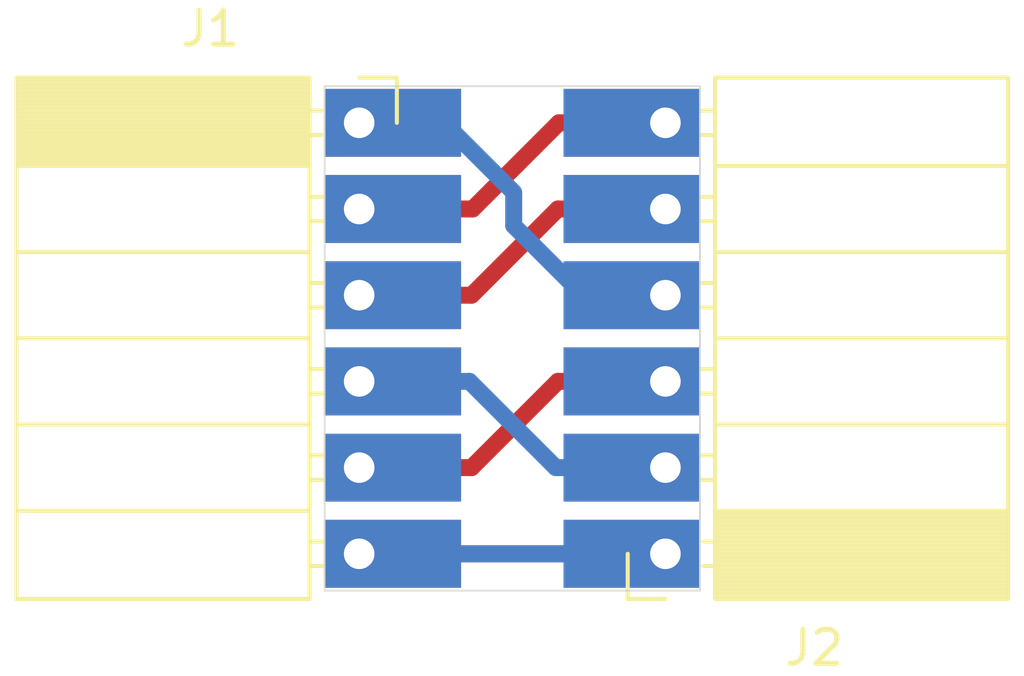
<source format=kicad_pcb>
(kicad_pcb (version 20171130) (host pcbnew 5.1.4)

  (general
    (thickness 1.6)
    (drawings 4)
    (tracks 19)
    (zones 0)
    (modules 2)
    (nets 7)
  )

  (page A4)
  (layers
    (0 F.Cu signal)
    (31 B.Cu signal)
    (32 B.Adhes user)
    (33 F.Adhes user)
    (34 B.Paste user)
    (35 F.Paste user)
    (36 B.SilkS user)
    (37 F.SilkS user)
    (38 B.Mask user)
    (39 F.Mask user)
    (40 Dwgs.User user)
    (41 Cmts.User user)
    (42 Eco1.User user)
    (43 Eco2.User user)
    (44 Edge.Cuts user)
    (45 Margin user)
    (46 B.CrtYd user)
    (47 F.CrtYd user)
    (48 B.Fab user)
    (49 F.Fab user)
  )

  (setup
    (last_trace_width 0.5)
    (trace_clearance 0.3)
    (zone_clearance 0.508)
    (zone_45_only no)
    (trace_min 0.2)
    (via_size 0.8)
    (via_drill 0.4)
    (via_min_size 0.4)
    (via_min_drill 0.3)
    (uvia_size 0.3)
    (uvia_drill 0.1)
    (uvias_allowed no)
    (uvia_min_size 0.2)
    (uvia_min_drill 0.1)
    (edge_width 0.05)
    (segment_width 0.2)
    (pcb_text_width 0.3)
    (pcb_text_size 1.5 1.5)
    (mod_edge_width 0.12)
    (mod_text_size 1 1)
    (mod_text_width 0.15)
    (pad_size 1.524 1.524)
    (pad_drill 0.762)
    (pad_to_mask_clearance 0.051)
    (solder_mask_min_width 0.25)
    (aux_axis_origin 138.684 100.203)
    (visible_elements FFFFFF7F)
    (pcbplotparams
      (layerselection 0x01000_ffffffff)
      (usegerberextensions false)
      (usegerberattributes false)
      (usegerberadvancedattributes false)
      (creategerberjobfile false)
      (excludeedgelayer true)
      (linewidth 0.100000)
      (plotframeref false)
      (viasonmask false)
      (mode 1)
      (useauxorigin true)
      (hpglpennumber 1)
      (hpglpenspeed 20)
      (hpglpendiameter 15.000000)
      (psnegative false)
      (psa4output false)
      (plotreference false)
      (plotvalue false)
      (plotinvisibletext false)
      (padsonsilk false)
      (subtractmaskfromsilk false)
      (outputformat 1)
      (mirror false)
      (drillshape 0)
      (scaleselection 1)
      (outputdirectory ""))
  )

  (net 0 "")
  (net 1 "Net-(J1-Pad6)")
  (net 2 "Net-(J1-Pad5)")
  (net 3 "Net-(J1-Pad4)")
  (net 4 "Net-(J1-Pad3)")
  (net 5 "Net-(J1-Pad2)")
  (net 6 "Net-(J1-Pad1)")

  (net_class Default "This is the default net class."
    (clearance 0.3)
    (trace_width 0.5)
    (via_dia 0.8)
    (via_drill 0.4)
    (uvia_dia 0.3)
    (uvia_drill 0.1)
    (add_net "Net-(J1-Pad1)")
    (add_net "Net-(J1-Pad2)")
    (add_net "Net-(J1-Pad3)")
    (add_net "Net-(J1-Pad4)")
    (add_net "Net-(J1-Pad5)")
    (add_net "Net-(J1-Pad6)")
  )

  (module Connector_PinSocket_2.54mm:PinSocket_1x06_P2.54mm_Horizontal (layer F.Cu) (tedit 5D854E02) (tstamp 5D861754)
    (at 148.717 99.12 180)
    (descr "Through hole angled socket strip, 1x06, 2.54mm pitch, 8.51mm socket length, single row (from Kicad 4.0.7), script generated")
    (tags "Through hole angled socket strip THT 1x06 2.54mm single row")
    (path /5D8546FF)
    (fp_text reference J2 (at -4.38 -2.77) (layer F.SilkS)
      (effects (font (size 1 1) (thickness 0.15)))
    )
    (fp_text value Bluetooth (at -4.38 15.47) (layer F.Fab)
      (effects (font (size 1 1) (thickness 0.15)))
    )
    (fp_text user %R (at -5.775 6.35 90) (layer F.Fab)
      (effects (font (size 1 1) (thickness 0.15)))
    )
    (fp_line (start 1.75 14.45) (end 1.75 -1.8) (layer F.CrtYd) (width 0.05))
    (fp_line (start -10.55 14.45) (end 1.75 14.45) (layer F.CrtYd) (width 0.05))
    (fp_line (start -10.55 -1.8) (end -10.55 14.45) (layer F.CrtYd) (width 0.05))
    (fp_line (start 1.75 -1.8) (end -10.55 -1.8) (layer F.CrtYd) (width 0.05))
    (fp_line (start 0 -1.33) (end 1.11 -1.33) (layer F.SilkS) (width 0.12))
    (fp_line (start 1.11 -1.33) (end 1.11 0) (layer F.SilkS) (width 0.12))
    (fp_line (start -10.09 -1.33) (end -10.09 14.03) (layer F.SilkS) (width 0.12))
    (fp_line (start -10.09 14.03) (end -1.46 14.03) (layer F.SilkS) (width 0.12))
    (fp_line (start -1.46 -1.33) (end -1.46 14.03) (layer F.SilkS) (width 0.12))
    (fp_line (start -10.09 -1.33) (end -1.46 -1.33) (layer F.SilkS) (width 0.12))
    (fp_line (start -10.09 11.43) (end -1.46 11.43) (layer F.SilkS) (width 0.12))
    (fp_line (start -10.09 8.89) (end -1.46 8.89) (layer F.SilkS) (width 0.12))
    (fp_line (start -10.09 6.35) (end -1.46 6.35) (layer F.SilkS) (width 0.12))
    (fp_line (start -10.09 3.81) (end -1.46 3.81) (layer F.SilkS) (width 0.12))
    (fp_line (start -10.09 1.27) (end -1.46 1.27) (layer F.SilkS) (width 0.12))
    (fp_line (start -1.46 13.06) (end -1.05 13.06) (layer F.SilkS) (width 0.12))
    (fp_line (start -1.46 12.34) (end -1.05 12.34) (layer F.SilkS) (width 0.12))
    (fp_line (start -1.46 10.52) (end -1.05 10.52) (layer F.SilkS) (width 0.12))
    (fp_line (start -1.46 9.8) (end -1.05 9.8) (layer F.SilkS) (width 0.12))
    (fp_line (start -1.46 7.98) (end -1.05 7.98) (layer F.SilkS) (width 0.12))
    (fp_line (start -1.46 7.26) (end -1.05 7.26) (layer F.SilkS) (width 0.12))
    (fp_line (start -1.46 5.44) (end -1.05 5.44) (layer F.SilkS) (width 0.12))
    (fp_line (start -1.46 4.72) (end -1.05 4.72) (layer F.SilkS) (width 0.12))
    (fp_line (start -1.46 2.9) (end -1.05 2.9) (layer F.SilkS) (width 0.12))
    (fp_line (start -1.46 2.18) (end -1.05 2.18) (layer F.SilkS) (width 0.12))
    (fp_line (start -1.46 0.36) (end -1.11 0.36) (layer F.SilkS) (width 0.12))
    (fp_line (start -1.46 -0.36) (end -1.11 -0.36) (layer F.SilkS) (width 0.12))
    (fp_line (start -10.09 1.1519) (end -1.46 1.1519) (layer F.SilkS) (width 0.12))
    (fp_line (start -10.09 1.033805) (end -1.46 1.033805) (layer F.SilkS) (width 0.12))
    (fp_line (start -10.09 0.91571) (end -1.46 0.91571) (layer F.SilkS) (width 0.12))
    (fp_line (start -10.09 0.797615) (end -1.46 0.797615) (layer F.SilkS) (width 0.12))
    (fp_line (start -10.09 0.67952) (end -1.46 0.67952) (layer F.SilkS) (width 0.12))
    (fp_line (start -10.09 0.561425) (end -1.46 0.561425) (layer F.SilkS) (width 0.12))
    (fp_line (start -10.09 0.44333) (end -1.46 0.44333) (layer F.SilkS) (width 0.12))
    (fp_line (start -10.09 0.325235) (end -1.46 0.325235) (layer F.SilkS) (width 0.12))
    (fp_line (start -10.09 0.20714) (end -1.46 0.20714) (layer F.SilkS) (width 0.12))
    (fp_line (start -10.09 0.089045) (end -1.46 0.089045) (layer F.SilkS) (width 0.12))
    (fp_line (start -10.09 -0.02905) (end -1.46 -0.02905) (layer F.SilkS) (width 0.12))
    (fp_line (start -10.09 -0.147145) (end -1.46 -0.147145) (layer F.SilkS) (width 0.12))
    (fp_line (start -10.09 -0.26524) (end -1.46 -0.26524) (layer F.SilkS) (width 0.12))
    (fp_line (start -10.09 -0.383335) (end -1.46 -0.383335) (layer F.SilkS) (width 0.12))
    (fp_line (start -10.09 -0.50143) (end -1.46 -0.50143) (layer F.SilkS) (width 0.12))
    (fp_line (start -10.09 -0.619525) (end -1.46 -0.619525) (layer F.SilkS) (width 0.12))
    (fp_line (start -10.09 -0.73762) (end -1.46 -0.73762) (layer F.SilkS) (width 0.12))
    (fp_line (start -10.09 -0.855715) (end -1.46 -0.855715) (layer F.SilkS) (width 0.12))
    (fp_line (start -10.09 -0.97381) (end -1.46 -0.97381) (layer F.SilkS) (width 0.12))
    (fp_line (start -10.09 -1.091905) (end -1.46 -1.091905) (layer F.SilkS) (width 0.12))
    (fp_line (start -10.09 -1.21) (end -1.46 -1.21) (layer F.SilkS) (width 0.12))
    (fp_line (start 0 13) (end 0 12.4) (layer F.Fab) (width 0.1))
    (fp_line (start -1.52 13) (end 0 13) (layer F.Fab) (width 0.1))
    (fp_line (start 0 12.4) (end -1.52 12.4) (layer F.Fab) (width 0.1))
    (fp_line (start 0 10.46) (end 0 9.86) (layer F.Fab) (width 0.1))
    (fp_line (start -1.52 10.46) (end 0 10.46) (layer F.Fab) (width 0.1))
    (fp_line (start 0 9.86) (end -1.52 9.86) (layer F.Fab) (width 0.1))
    (fp_line (start 0 7.92) (end 0 7.32) (layer F.Fab) (width 0.1))
    (fp_line (start -1.52 7.92) (end 0 7.92) (layer F.Fab) (width 0.1))
    (fp_line (start 0 7.32) (end -1.52 7.32) (layer F.Fab) (width 0.1))
    (fp_line (start 0 5.38) (end 0 4.78) (layer F.Fab) (width 0.1))
    (fp_line (start -1.52 5.38) (end 0 5.38) (layer F.Fab) (width 0.1))
    (fp_line (start 0 4.78) (end -1.52 4.78) (layer F.Fab) (width 0.1))
    (fp_line (start 0 2.84) (end 0 2.24) (layer F.Fab) (width 0.1))
    (fp_line (start -1.52 2.84) (end 0 2.84) (layer F.Fab) (width 0.1))
    (fp_line (start 0 2.24) (end -1.52 2.24) (layer F.Fab) (width 0.1))
    (fp_line (start 0 0.3) (end 0 -0.3) (layer F.Fab) (width 0.1))
    (fp_line (start -1.52 0.3) (end 0 0.3) (layer F.Fab) (width 0.1))
    (fp_line (start 0 -0.3) (end -1.52 -0.3) (layer F.Fab) (width 0.1))
    (fp_line (start -10.03 13.97) (end -10.03 -1.27) (layer F.Fab) (width 0.1))
    (fp_line (start -1.52 13.97) (end -10.03 13.97) (layer F.Fab) (width 0.1))
    (fp_line (start -1.52 -0.3) (end -1.52 13.97) (layer F.Fab) (width 0.1))
    (fp_line (start -2.49 -1.27) (end -1.52 -0.3) (layer F.Fab) (width 0.1))
    (fp_line (start -10.03 -1.27) (end -2.49 -1.27) (layer F.Fab) (width 0.1))
    (pad 6 thru_hole rect (at 0 12.7 180) (size 4 2) (drill 0.9 (offset 1 0)) (layers *.Cu *.Mask)
      (net 5 "Net-(J1-Pad2)"))
    (pad 5 thru_hole rect (at 0 10.16 180) (size 4 2) (drill 0.9 (offset 1 0)) (layers *.Cu *.Mask)
      (net 4 "Net-(J1-Pad3)"))
    (pad 4 thru_hole rect (at 0 7.62 180) (size 4 2) (drill 0.9 (offset 1 0)) (layers *.Cu *.Mask)
      (net 6 "Net-(J1-Pad1)"))
    (pad 3 thru_hole rect (at 0 5.08 180) (size 4 2) (drill 0.9 (offset 1 0)) (layers *.Cu *.Mask)
      (net 2 "Net-(J1-Pad5)"))
    (pad 2 thru_hole rect (at 0 2.54 180) (size 4 2) (drill 0.9 (offset 1 0)) (layers *.Cu *.Mask)
      (net 3 "Net-(J1-Pad4)"))
    (pad 1 thru_hole rect (at 0 0 180) (size 4 2) (drill 0.9 (offset 1 0)) (layers *.Cu *.Mask)
      (net 1 "Net-(J1-Pad6)"))
    (model ${KISYS3DMOD}/Connector_PinSocket_2.54mm.3dshapes/PinSocket_1x06_P2.54mm_Horizontal.wrl
      (at (xyz 0 0 0))
      (scale (xyz 1 1 1))
      (rotate (xyz 0 0 0))
    )
  )

  (module Connector_PinSocket_2.54mm:PinSocket_1x06_P2.54mm_Horizontal (layer F.Cu) (tedit 5D854DEF) (tstamp 5D86189E)
    (at 139.7 86.42)
    (descr "Through hole angled socket strip, 1x06, 2.54mm pitch, 8.51mm socket length, single row (from Kicad 4.0.7), script generated")
    (tags "Through hole angled socket strip THT 1x06 2.54mm single row")
    (path /5D8548E6)
    (fp_text reference J1 (at -4.38 -2.77) (layer F.SilkS)
      (effects (font (size 1 1) (thickness 0.15)))
    )
    (fp_text value Serial (at -4.38 15.47) (layer F.Fab)
      (effects (font (size 1 1) (thickness 0.15)))
    )
    (fp_line (start -10.03 -1.27) (end -2.49 -1.27) (layer F.Fab) (width 0.1))
    (fp_line (start -2.49 -1.27) (end -1.52 -0.3) (layer F.Fab) (width 0.1))
    (fp_line (start -1.52 -0.3) (end -1.52 13.97) (layer F.Fab) (width 0.1))
    (fp_line (start -1.52 13.97) (end -10.03 13.97) (layer F.Fab) (width 0.1))
    (fp_line (start -10.03 13.97) (end -10.03 -1.27) (layer F.Fab) (width 0.1))
    (fp_line (start 0 -0.3) (end -1.52 -0.3) (layer F.Fab) (width 0.1))
    (fp_line (start -1.52 0.3) (end 0 0.3) (layer F.Fab) (width 0.1))
    (fp_line (start 0 0.3) (end 0 -0.3) (layer F.Fab) (width 0.1))
    (fp_line (start 0 2.24) (end -1.52 2.24) (layer F.Fab) (width 0.1))
    (fp_line (start -1.52 2.84) (end 0 2.84) (layer F.Fab) (width 0.1))
    (fp_line (start 0 2.84) (end 0 2.24) (layer F.Fab) (width 0.1))
    (fp_line (start 0 4.78) (end -1.52 4.78) (layer F.Fab) (width 0.1))
    (fp_line (start -1.52 5.38) (end 0 5.38) (layer F.Fab) (width 0.1))
    (fp_line (start 0 5.38) (end 0 4.78) (layer F.Fab) (width 0.1))
    (fp_line (start 0 7.32) (end -1.52 7.32) (layer F.Fab) (width 0.1))
    (fp_line (start -1.52 7.92) (end 0 7.92) (layer F.Fab) (width 0.1))
    (fp_line (start 0 7.92) (end 0 7.32) (layer F.Fab) (width 0.1))
    (fp_line (start 0 9.86) (end -1.52 9.86) (layer F.Fab) (width 0.1))
    (fp_line (start -1.52 10.46) (end 0 10.46) (layer F.Fab) (width 0.1))
    (fp_line (start 0 10.46) (end 0 9.86) (layer F.Fab) (width 0.1))
    (fp_line (start 0 12.4) (end -1.52 12.4) (layer F.Fab) (width 0.1))
    (fp_line (start -1.52 13) (end 0 13) (layer F.Fab) (width 0.1))
    (fp_line (start 0 13) (end 0 12.4) (layer F.Fab) (width 0.1))
    (fp_line (start -10.09 -1.21) (end -1.46 -1.21) (layer F.SilkS) (width 0.12))
    (fp_line (start -10.09 -1.091905) (end -1.46 -1.091905) (layer F.SilkS) (width 0.12))
    (fp_line (start -10.09 -0.97381) (end -1.46 -0.97381) (layer F.SilkS) (width 0.12))
    (fp_line (start -10.09 -0.855715) (end -1.46 -0.855715) (layer F.SilkS) (width 0.12))
    (fp_line (start -10.09 -0.73762) (end -1.46 -0.73762) (layer F.SilkS) (width 0.12))
    (fp_line (start -10.09 -0.619525) (end -1.46 -0.619525) (layer F.SilkS) (width 0.12))
    (fp_line (start -10.09 -0.50143) (end -1.46 -0.50143) (layer F.SilkS) (width 0.12))
    (fp_line (start -10.09 -0.383335) (end -1.46 -0.383335) (layer F.SilkS) (width 0.12))
    (fp_line (start -10.09 -0.26524) (end -1.46 -0.26524) (layer F.SilkS) (width 0.12))
    (fp_line (start -10.09 -0.147145) (end -1.46 -0.147145) (layer F.SilkS) (width 0.12))
    (fp_line (start -10.09 -0.02905) (end -1.46 -0.02905) (layer F.SilkS) (width 0.12))
    (fp_line (start -10.09 0.089045) (end -1.46 0.089045) (layer F.SilkS) (width 0.12))
    (fp_line (start -10.09 0.20714) (end -1.46 0.20714) (layer F.SilkS) (width 0.12))
    (fp_line (start -10.09 0.325235) (end -1.46 0.325235) (layer F.SilkS) (width 0.12))
    (fp_line (start -10.09 0.44333) (end -1.46 0.44333) (layer F.SilkS) (width 0.12))
    (fp_line (start -10.09 0.561425) (end -1.46 0.561425) (layer F.SilkS) (width 0.12))
    (fp_line (start -10.09 0.67952) (end -1.46 0.67952) (layer F.SilkS) (width 0.12))
    (fp_line (start -10.09 0.797615) (end -1.46 0.797615) (layer F.SilkS) (width 0.12))
    (fp_line (start -10.09 0.91571) (end -1.46 0.91571) (layer F.SilkS) (width 0.12))
    (fp_line (start -10.09 1.033805) (end -1.46 1.033805) (layer F.SilkS) (width 0.12))
    (fp_line (start -10.09 1.1519) (end -1.46 1.1519) (layer F.SilkS) (width 0.12))
    (fp_line (start -1.46 -0.36) (end -1.11 -0.36) (layer F.SilkS) (width 0.12))
    (fp_line (start -1.46 0.36) (end -1.11 0.36) (layer F.SilkS) (width 0.12))
    (fp_line (start -1.46 2.18) (end -1.05 2.18) (layer F.SilkS) (width 0.12))
    (fp_line (start -1.46 2.9) (end -1.05 2.9) (layer F.SilkS) (width 0.12))
    (fp_line (start -1.46 4.72) (end -1.05 4.72) (layer F.SilkS) (width 0.12))
    (fp_line (start -1.46 5.44) (end -1.05 5.44) (layer F.SilkS) (width 0.12))
    (fp_line (start -1.46 7.26) (end -1.05 7.26) (layer F.SilkS) (width 0.12))
    (fp_line (start -1.46 7.98) (end -1.05 7.98) (layer F.SilkS) (width 0.12))
    (fp_line (start -1.46 9.8) (end -1.05 9.8) (layer F.SilkS) (width 0.12))
    (fp_line (start -1.46 10.52) (end -1.05 10.52) (layer F.SilkS) (width 0.12))
    (fp_line (start -1.46 12.34) (end -1.05 12.34) (layer F.SilkS) (width 0.12))
    (fp_line (start -1.46 13.06) (end -1.05 13.06) (layer F.SilkS) (width 0.12))
    (fp_line (start -10.09 1.27) (end -1.46 1.27) (layer F.SilkS) (width 0.12))
    (fp_line (start -10.09 3.81) (end -1.46 3.81) (layer F.SilkS) (width 0.12))
    (fp_line (start -10.09 6.35) (end -1.46 6.35) (layer F.SilkS) (width 0.12))
    (fp_line (start -10.09 8.89) (end -1.46 8.89) (layer F.SilkS) (width 0.12))
    (fp_line (start -10.09 11.43) (end -1.46 11.43) (layer F.SilkS) (width 0.12))
    (fp_line (start -10.09 -1.33) (end -1.46 -1.33) (layer F.SilkS) (width 0.12))
    (fp_line (start -1.46 -1.33) (end -1.46 14.03) (layer F.SilkS) (width 0.12))
    (fp_line (start -10.09 14.03) (end -1.46 14.03) (layer F.SilkS) (width 0.12))
    (fp_line (start -10.09 -1.33) (end -10.09 14.03) (layer F.SilkS) (width 0.12))
    (fp_line (start 1.11 -1.33) (end 1.11 0) (layer F.SilkS) (width 0.12))
    (fp_line (start 0 -1.33) (end 1.11 -1.33) (layer F.SilkS) (width 0.12))
    (fp_line (start 1.75 -1.8) (end -10.55 -1.8) (layer F.CrtYd) (width 0.05))
    (fp_line (start -10.55 -1.8) (end -10.55 14.45) (layer F.CrtYd) (width 0.05))
    (fp_line (start -10.55 14.45) (end 1.75 14.45) (layer F.CrtYd) (width 0.05))
    (fp_line (start 1.75 14.45) (end 1.75 -1.8) (layer F.CrtYd) (width 0.05))
    (fp_text user %R (at -5.775 6.35 90) (layer F.Fab)
      (effects (font (size 1 1) (thickness 0.15)))
    )
    (pad 1 thru_hole rect (at 0 0) (size 4 2) (drill 0.9 (offset 1 0)) (layers *.Cu *.Mask)
      (net 6 "Net-(J1-Pad1)"))
    (pad 2 thru_hole rect (at 0 2.54) (size 4 2) (drill 0.9 (offset 1 0)) (layers *.Cu *.Mask)
      (net 5 "Net-(J1-Pad2)"))
    (pad 3 thru_hole rect (at 0 5.08) (size 4 2) (drill 0.9 (offset 1 0)) (layers *.Cu *.Mask)
      (net 4 "Net-(J1-Pad3)"))
    (pad 4 thru_hole rect (at 0 7.62) (size 4 2) (drill 0.9 (offset 1 0)) (layers *.Cu *.Mask)
      (net 3 "Net-(J1-Pad4)"))
    (pad 5 thru_hole rect (at 0 10.16) (size 4 2) (drill 0.9 (offset 1 0)) (layers *.Cu *.Mask)
      (net 2 "Net-(J1-Pad5)"))
    (pad 6 thru_hole rect (at 0 12.7) (size 4 2) (drill 0.9 (offset 1 0)) (layers *.Cu *.Mask)
      (net 1 "Net-(J1-Pad6)"))
    (model ${KISYS3DMOD}/Connector_PinSocket_2.54mm.3dshapes/PinSocket_1x06_P2.54mm_Horizontal.wrl
      (at (xyz 0 0 0))
      (scale (xyz 1 1 1))
      (rotate (xyz 0 0 0))
    )
  )

  (gr_line (start 138.684 100.203) (end 138.684 85.344) (layer Edge.Cuts) (width 0.05) (tstamp 5D861650))
  (gr_line (start 149.733 100.203) (end 138.684 100.203) (layer Edge.Cuts) (width 0.05))
  (gr_line (start 149.733 85.344) (end 149.733 100.203) (layer Edge.Cuts) (width 0.05))
  (gr_line (start 138.684 85.344) (end 149.733 85.344) (layer Edge.Cuts) (width 0.05))

  (segment (start 139.75 99.12) (end 148.75 99.12) (width 0.5) (layer F.Cu) (net 1))
  (segment (start 139.75 99.12) (end 148.75 99.12) (width 0.5) (layer B.Cu) (net 1))
  (segment (start 145.549998 94.04) (end 147 94.04) (width 0.5) (layer F.Cu) (net 2))
  (segment (start 143.009998 96.58) (end 145.549998 94.04) (width 0.5) (layer F.Cu) (net 2))
  (segment (start 141.5 96.58) (end 143.009998 96.58) (width 0.5) (layer F.Cu) (net 2))
  (segment (start 141.5 94.04) (end 142.950002 94.04) (width 0.5) (layer B.Cu) (net 3))
  (segment (start 142.950002 94.04) (end 145.490002 96.58) (width 0.5) (layer B.Cu) (net 3))
  (segment (start 145.490002 96.58) (end 147 96.58) (width 0.5) (layer B.Cu) (net 3))
  (segment (start 145.549998 88.96) (end 147 88.96) (width 0.5) (layer F.Cu) (net 4))
  (segment (start 141.5 91.5) (end 143.009998 91.5) (width 0.5) (layer F.Cu) (net 4))
  (segment (start 143.009998 91.5) (end 145.549998 88.96) (width 0.5) (layer F.Cu) (net 4))
  (segment (start 139.75 88.96) (end 143.04 88.96) (width 0.5) (layer F.Cu) (net 5))
  (segment (start 145.58 86.42) (end 148.75 86.42) (width 0.5) (layer F.Cu) (net 5))
  (segment (start 143.04 88.96) (end 145.58 86.42) (width 0.5) (layer F.Cu) (net 5))
  (segment (start 139.75 86.42) (end 142.200002 86.42) (width 0.5) (layer B.Cu) (net 6) (tstamp 5D8617F9))
  (segment (start 146.299998 91.5) (end 144.25 89.450002) (width 0.5) (layer B.Cu) (net 6))
  (segment (start 148.75 91.5) (end 146.299998 91.5) (width 0.5) (layer B.Cu) (net 6))
  (segment (start 144.25 89.450002) (end 144.25 88.5) (width 0.5) (layer B.Cu) (net 6))
  (segment (start 142.200002 86.42) (end 144.25 88.469998) (width 0.5) (layer B.Cu) (net 6))

)

</source>
